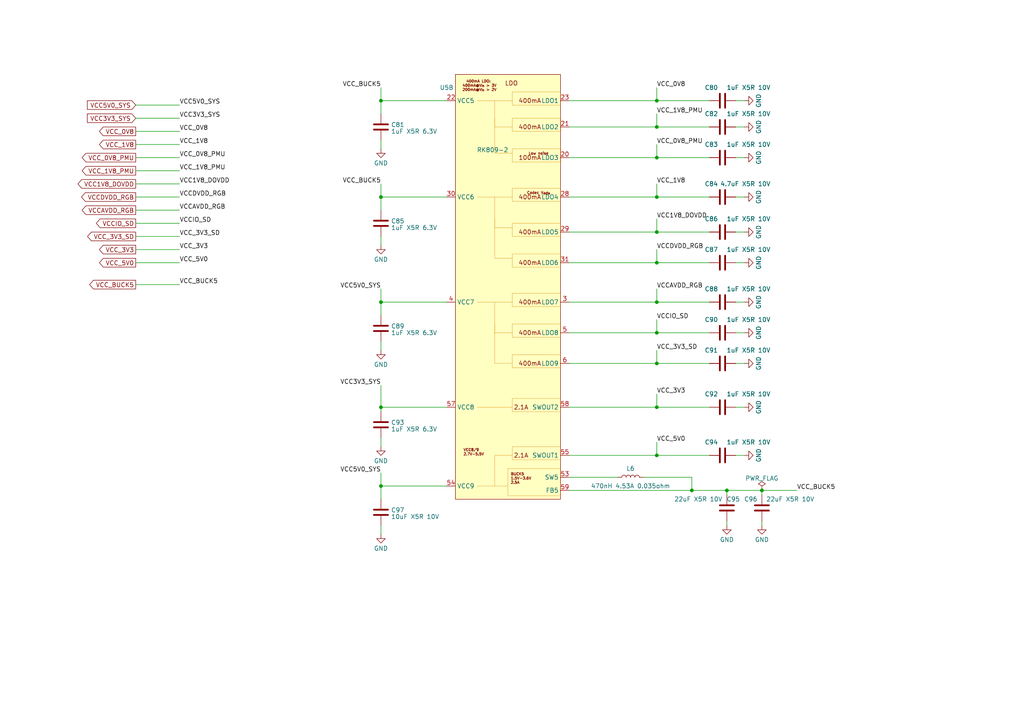
<source format=kicad_sch>
(kicad_sch (version 20231120) (generator "eeschema") (generator_version "7.99")
  (paper "A4")
  (title_block (title "Leaf RV1126") (date "2023-06-07") (rev "1") (company "Yang Hongbo") (comment 1 "License: CC BY-SA"))
  (lib_symbols
    (symbol "Device:C" (pin_numbers hide) (pin_names (offset 0.254))
      (property "Reference" "C" (at 0.635 2.54 0))
      (property "Value" "C" (at 0.635 -2.54 0))
      (symbol "C_0_1"
        (polyline (pts (xy -2.032 -0.762) (xy 2.032 -0.762)) (stroke (width 0.508)))
        (polyline (pts (xy -2.032 0.762) (xy 2.032 0.762)) (stroke (width 0.508)))
      )
      (symbol "C_1_1"
        (pin passive line (at 0 3.81 270) (length 2.794) (name "~") (number "1"))
        (pin passive line (at 0 -3.81 90) (length 2.794) (name "~") (number "2"))
      )
    )
    (symbol "Device:L" (pin_numbers hide) (pin_names (offset 1.016) hide)
      (property "Reference" "L" (at -1.27 0 90))
      (property "Value" "L" (at 1.905 0 90))
      (symbol "L_0_1"
        (arc (start 0 -2.54) (mid 0.6323 -1.905) (end 0 -1.27))
        (arc (start 0 -1.27) (mid 0.6323 -0.635) (end 0 0))
        (arc (start 0 0) (mid 0.6323 0.635) (end 0 1.27))
        (arc (start 0 1.27) (mid 0.6323 1.905) (end 0 2.54))
      )
      (symbol "L_1_1"
        (pin passive line (at 0 3.81 270) (length 1.27) (name "1") (number "1"))
        (pin passive line (at 0 -3.81 90) (length 1.27) (name "2") (number "2"))
      )
    )
    (symbol "IotPi_CPU_Rockchip:RK809"
      (property "Reference" "U" (at -13.97 29.21 0))
      (property "Value" "RK809" (at 0 -8.89 0))
      (symbol "RK809_1_1"
        (rectangle (start -15.24 26.67) (end 16.51 -42.926) (fill (type background)))
        (polyline (pts (xy 16.51 17.78) (xy 5.08 17.78) (xy 5.08 -5.08) (xy 16.51 -5.08)) (stroke (width 0.0508) (color 221 133 0 1)))
        (text "Gas Gauge" (at 6.604 2.032 900) (effects (font (size 0.762 0.762))))
        (text "Management" (at 0 24.13 0) (effects (font (size 1.27 1.27))))
        (pin input line (at -17.78 -5.08 0) (length 2.54) (name "SCL") (number "1"))
        (pin bidirectional line (at -17.78 -8.89 0) (length 2.54) (name "SDA") (number "2"))
        (pin power_in line (at 19.05 21.59 180) (length 2.54) (name "VCC_RTC") (number "45"))
        (pin input line (at -17.78 22.86 0) (length 2.54) (name "VREF") (number "46"))
        (pin input line (at -17.78 19.05 0) (length 2.54) (name "GNDREF") (number "47"))
        (pin input line (at -17.78 -20.32 0) (length 2.54) (name "SLEEP") (number "49"))
        (pin input line (at -17.78 8.89 0) (length 2.54) (name "XIN") (number "50"))
        (pin output line (at -17.78 1.27 0) (length 2.54) (name "XOUT") (number "51"))
        (pin input line (at 19.05 -31.75 180) (length 2.54) (name "PWRON") (number "52"))
        (pin input line (at 19.05 12.7 180) (length 2.54) (name "BATDIV") (number "56"))
        (pin input line (at 19.05 -10.16 180) (length 2.54) (name "EXT_EN") (number "60"))
        (pin input line (at 19.05 -22.86 180) (length 2.54) (name "VDC") (number "61"))
        (pin input line (at 19.05 6.35 180) (length 2.54) (name "SNSP") (number "62"))
        (pin input line (at 19.05 -1.27 180) (length 2.54) (name "SNSN") (number "63"))
        (pin bidirectional line (at -17.78 -31.75 0) (length 2.54) (name "RESETB") (number "67"))
        (pin output line (at -17.78 -26.67 0) (length 2.54) (name "CLK32K") (number "68"))
        (pin power_in line (at -17.78 13.97 0) (length 2.54) (name "ePAD") (number "69"))
        (pin output line (at -17.78 -13.97 0) (length 2.54) (name "INT") (number "7"))
      )
      (symbol "RK809_2_1"
        (rectangle (start -10.16 33.02) (end 20.32 -90.17) (fill (type background)))
        (polyline (pts (xy 5.08 -86.36) (xy -3.81 -86.36)) (stroke (width 0.0508) (color 221 133 0 1)))
        (polyline (pts (xy 6.35 -63.5) (xy -3.81 -63.5)) (stroke (width 0.0508) (color 221 133 0 1)))
        (polyline (pts (xy 6.35 -33.02) (xy -3.81 -33.02)) (stroke (width 0.0508) (color 221 133 0 1)))
        (polyline (pts (xy 6.35 -2.54) (xy -3.81 -2.54)) (stroke (width 0.0508) (color 221 133 0 1)))
        (polyline (pts (xy 6.35 25.4) (xy -3.81 25.4)) (stroke (width 0.0508) (color 221 133 0 1)))
        (polyline (pts (xy 6.35 -77.47) (xy 1.27 -77.47) (xy 1.27 -86.36)) (stroke (width 0.0508) (color 221 133 0 1)))
        (polyline (pts (xy 6.35 -50.8) (xy 1.27 -50.8) (xy 1.27 -39.37)) (stroke (width 0.0508) (color 221 133 0 1)))
        (polyline (pts (xy 6.35 -41.91) (xy 1.27 -41.91) (xy 1.27 -33.02)) (stroke (width 0.0508) (color 221 133 0 1)))
        (polyline (pts (xy 6.35 -20.32) (xy 1.27 -20.32) (xy 1.27 -8.89)) (stroke (width 0.0508) (color 221 133 0 1)))
        (polyline (pts (xy 6.35 -11.43) (xy 1.27 -11.43) (xy 1.27 -2.54)) (stroke (width 0.0508) (color 221 133 0 1)))
        (polyline (pts (xy 6.35 10.16) (xy 1.27 10.16) (xy 1.27 20.32)) (stroke (width 0.0508) (color 221 133 0 1)))
        (polyline (pts (xy 6.35 17.78) (xy 1.27 17.78) (xy 1.27 25.4)) (stroke (width 0.0508) (color 221 133 0 1)))
        (rectangle (start 5.08 -81.28) (end 20.32 -89.154) (stroke (width 0.0508) (color 221 133 0 1)))
        (rectangle (start 6.35 -74.93) (end 20.32 -78.74) (stroke (width 0.0508) (color 221 133 0 1)))
        (rectangle (start 6.35 -60.96) (end 20.32 -64.77) (stroke (width 0.0508) (color 221 133 0 1)))
        (rectangle (start 6.35 -48.26) (end 20.32 -52.07) (stroke (width 0.0508) (color 221 133 0 1)))
        (rectangle (start 6.35 -39.37) (end 20.32 -43.18) (stroke (width 0.0508) (color 221 133 0 1)))
        (rectangle (start 6.35 -30.48) (end 20.32 -34.29) (stroke (width 0.0508) (color 221 133 0 1)))
        (rectangle (start 6.35 -19.05) (end 20.32 -22.86) (stroke (width 0.0508) (color 221 133 0 1)))
        (rectangle (start 6.35 -10.16) (end 20.32 -13.97) (stroke (width 0.0508) (color 221 133 0 1)))
        (rectangle (start 6.35 0) (end 20.32 -3.81) (stroke (width 0.0508) (color 221 133 0 1)))
        (rectangle (start 6.35 11.43) (end 20.447 7.62) (stroke (width 0.0508) (color 221 133 0 1)))
        (rectangle (start 6.35 20.32) (end 20.447 16.51) (stroke (width 0.0508) (color 221 133 0 1)))
        (rectangle (start 6.35 27.94) (end 20.32 24.13) (stroke (width 0.0508) (color 221 133 0 1)))
        (text "100mA" (at 11.43 8.89 0) (effects (font (size 1.27 1.27))))
        (text "2.1A" (at 8.89 -77.47 0) (effects (font (size 1.27 1.27))))
        (text "2.1A" (at 8.89 -63.5 0) (effects (font (size 1.27 1.27))))
        (text "400mA" (at 11.43 -50.8 0) (effects (font (size 1.27 1.27))))
        (text "400mA" (at 11.43 -41.91 0) (effects (font (size 1.27 1.27))))
        (text "400mA" (at 11.43 -33.02 0) (effects (font (size 1.27 1.27))))
        (text "400mA" (at 11.43 -21.59 0) (effects (font (size 1.27 1.27))))
        (text "400mA" (at 11.43 -12.7 0) (effects (font (size 1.27 1.27))))
        (text "400mA" (at 11.43 -2.54 0) (effects (font (size 1.27 1.27))))
        (text "400mA" (at 11.43 17.78 0) (effects (font (size 1.27 1.27))))
        (text "400mA" (at 11.43 25.4 0) (effects (font (size 1.27 1.27))))
        (text "400mA LDO: \n400mA@V_{in} > 3V\n200mA@V_{in} > 2V" (at -3.175 29.845 0) (effects (font (size 0.762 0.762))))
        (text "BUCK5\n1.5V-3.6V\n2.5A" (at 5.842 -84.074 0) (effects (font (size 0.762 0.762)) (justify left)))
        (text "Codec V_{ddio}" (at 13.97 -1.27 0) (effects (font (size 0.762 0.762))))
        (text "LDO" (at 6.096 30.48 0) (effects (font (size 1.27 1.27))))
        (text "Low noise" (at 13.97 10.16 0) (effects (font (size 0.762 0.762))))
        (text "VCC8/9\n2.7V-5.5V" (at -7.874 -76.454 0) (effects (font (size 0.762 0.762)) (justify left)))
        (pin power_out line (at 22.86 8.89 180) (length 2.54) (name "LDO3") (number "20"))
        (pin power_out line (at 22.86 17.78 180) (length 2.54) (name "LDO2") (number "21"))
        (pin power_in line (at -12.7 25.4 0) (length 2.54) (name "VCC5") (number "22"))
        (pin power_out line (at 22.86 25.4 180) (length 2.54) (name "LDO1") (number "23"))
        (pin power_out line (at 22.86 -2.54 180) (length 2.54) (name "LDO4") (number "28"))
        (pin power_out line (at 22.86 -12.7 180) (length 2.54) (name "LDO5") (number "29"))
        (pin power_out line (at 22.86 -33.02 180) (length 2.54) (name "LDO7") (number "3"))
        (pin power_in line (at -12.7 -2.54 0) (length 2.54) (name "VCC6") (number "30"))
        (pin power_out line (at 22.86 -21.59 180) (length 2.54) (name "LDO6") (number "31"))
        (pin power_in line (at -12.7 -33.02 0) (length 2.54) (name "VCC7") (number "4"))
        (pin power_out line (at 22.86 -41.91 180) (length 2.54) (name "LDO8") (number "5"))
        (pin power_out line (at 22.86 -83.82 180) (length 2.54) (name "SW5") (number "53"))
        (pin power_in line (at -12.7 -86.36 0) (length 2.54) (name "VCC9") (number "54"))
        (pin power_out line (at 22.86 -77.47 180) (length 2.54) (name "SWOUT1") (number "55"))
        (pin power_in line (at -12.7 -63.5 0) (length 2.54) (name "VCC8") (number "57"))
        (pin power_out line (at 22.86 -63.5 180) (length 2.54) (name "SWOUT2") (number "58"))
        (pin input line (at 22.86 -87.63 180) (length 2.54) (name "FB5") (number "59"))
        (pin power_out line (at 22.86 -50.8 180) (length 2.54) (name "LDO9") (number "6"))
      )
      (symbol "RK809_3_1"
        (rectangle (start -15.24 26.67) (end 15.24 -33.02) (fill (type background)))
        (polyline (pts (xy -14.224 -1.524) (xy 15.748 -1.524)) (stroke (width 0.0508) (color 221 133 0 1)))
        (polyline (pts (xy 0 10.16) (xy 0 -14.732)) (stroke (width 0.0508) (color 221 133 0 1)))
        (text "BUCK1\n2.5A\n0.5-2.4V" (at -6.35 7.62 0) (effects (font (size 0.762 0.762)) (justify left)))
        (text "BUCK2\n2.5A\n0.5-2.4V" (at -6.35 -10.16 0) (effects (font (size 0.762 0.762)) (justify left)))
        (text "BUCK3\n1.5A\n0.5-2.4V\nFB3=0.8V" (at 1.27 -10.16 0) (effects (font (size 0.762 0.762)) (justify left)))
        (text "BUCK4\n1.5A\n0.5-3.4V" (at 1.27 7.62 0) (effects (font (size 0.762 0.762)) (justify left)))
        (text "DCDC" (at 0 24.13 0) (effects (font (size 1.27 1.27))))
        (pin power_in line (at -17.78 -11.43 0) (length 2.54) (name "VCC2") (number "10"))
        (pin power_in line (at -17.78 24.13 0) (length 2.54) (name "VCC1") (number "11"))
        (pin power_out line (at -17.78 15.24 0) (length 2.54) (name "SW1") (number "12"))
        (pin input line (at -17.78 6.35 0) (length 2.54) (name "FB1") (number "13"))
        (pin power_in line (at 17.78 -1.27 180) (length 2.54) (name "VCC3") (number "24"))
        (pin output line (at 17.78 -11.43 180) (length 2.54) (name "SW3") (number "25"))
        (pin power_out line (at 17.78 -22.86 180) (length 2.54) (name "VBUCK3") (number "26"))
        (pin input line (at 17.78 -31.75 180) (length 2.54) (name "FB3") (number "27"))
        (pin input line (at 17.78 6.35 180) (length 2.54) (name "FB4") (number "64"))
        (pin power_out line (at 17.78 15.24 180) (length 2.54) (name "SW4") (number "65"))
        (pin power_in line (at 17.78 24.13 180) (length 2.54) (name "VCC4") (number "66"))
        (pin input line (at -17.78 -31.75 0) (length 2.54) (name "FB2") (number "8"))
        (pin power_out line (at -17.78 -22.86 0) (length 2.54) (name "SW2") (number "9"))
      )
      (symbol "RK809_4_1"
        (rectangle (start -19.05 28.702) (end 20.32 -57.15) (fill (type background)))
        (polyline (pts (xy 2.54 5.08) (xy 2.54 -41.91) (xy 6.35 -41.91)) (stroke (width 0.0508) (color 221 133 0 1)))
        (polyline (pts (xy -19.05 -24.13) (xy -3.81 -24.13) (xy -3.81 -55.88) (xy -19.05 -55.88)) (stroke (width 0.0508) (color 221 133 0 1)))
        (polyline (pts (xy -19.05 -6.35) (xy -3.81 -6.35) (xy -3.81 -19.05) (xy -19.05 -19.05)) (stroke (width 0.0508) (color 221 133 0 1)))
        (polyline (pts (xy -19.05 27.94) (xy -3.81 27.94) (xy -3.81 -3.81) (xy -19.05 -3.81)) (stroke (width 0) (color 255 153 0 1)))
        (polyline (pts (xy -3.556 0) (xy 0 0) (xy 0 -41.91) (xy -3.81 -41.91)) (stroke (width 0.0508) (color 221 133 0 1)))
        (polyline (pts (xy 7.62 15.24) (xy 2.54 15.24) (xy 2.54 -11.43) (xy 7.62 -11.43)) (stroke (width 0.0508) (color 221 133 0 1)))
        (polyline (pts (xy 20.32 -24.13) (xy 6.35 -24.13) (xy 6.35 -55.88) (xy 20.32 -55.88)) (stroke (width 0.0508) (color 221 133 0 1)))
        (polyline (pts (xy 20.32 -2.54) (xy 7.62 -2.54) (xy 7.62 -20.32) (xy 20.32 -20.32)) (stroke (width 0.0508) (color 221 133 0 1)))
        (polyline (pts (xy 20.32 27.94) (xy 7.62 27.94) (xy 7.62 2.54) (xy 20.32 2.54)) (stroke (width 0.0508) (color 221 133 0 1)))
        (text "CODEC" (at 1.27 25.654 0) (effects (font (size 1.27 1.27))))
        (text "LDO4 Powered" (at -6.35 -38.1 900) (effects (font (size 0.762 0.762))))
        (text "Power from\nVCC_RTC" (at -11.43 -12.7 0) (effects (font (size 0.762 0.762))))
        (pin input line (at -21.59 -38.1 0) (length 2.54) (name "LRCLK") (number "14"))
        (pin input line (at -21.59 -33.02 0) (length 2.54) (name "BCLK") (number "15"))
        (pin input line (at -21.59 -27.94 0) (length 2.54) (name "MCLK") (number "16"))
        (pin input line (at -21.59 -44.45 0) (length 2.54) (name "SDI") (number "17"))
        (pin output line (at -21.59 -49.53 0) (length 2.54) (name "SDO/PDMDATA") (number "18"))
        (pin input line (at -21.59 -54.61 0) (length 2.54) (name "PDMCLK") (number "19"))
        (pin output line (at 22.86 -17.78 180) (length 2.54) (name "SPKP_OUT") (number "32"))
        (pin power_in line (at -21.59 25.4 0) (length 2.54) (name "VCC_SKP_HP") (number "33"))
        (pin output line (at 22.86 -6.35 180) (length 2.54) (name "SPKN_OUT") (number "34"))
        (pin power_in line (at -21.59 -2.54 0) (length 2.54) (name "VCC_CPVSS") (number "35"))
        (pin output line (at -21.59 20.32 0) (length 2.54) (name "CPN") (number "36"))
        (pin output line (at -21.59 12.7 0) (length 2.54) (name "CPP") (number "37"))
        (pin power_in line (at -21.59 5.08 0) (length 2.54) (name "VCC_CPVDD") (number "38"))
        (pin output line (at 22.86 25.4 180) (length 2.54) (name "HPL_OUT") (number "39"))
        (pin power_in line (at 22.86 16.51 180) (length 2.54) (name "HP_SNS") (number "40"))
        (pin output line (at 22.86 6.35 180) (length 2.54) (name "HPR_OUT") (number "41"))
        (pin input line (at 22.86 -50.8 180) (length 2.54) (name "MICIN") (number "42"))
        (pin input line (at 22.86 -29.21 180) (length 2.54) (name "MICIP") (number "43"))
        (pin power_in line (at -21.59 -16.51 0) (length 2.54) (name "VCC_1P8A") (number "44"))
        (pin power_in line (at -21.59 -8.89 0) (length 2.54) (name "VCC_1P8D") (number "48"))
      )
    )
    (symbol "power:GND" (power) (pin_names (offset 0))
      (property "Value" "GND" (at 0 -3.81 0))
      (symbol "GND_0_1"
        (polyline (pts (xy 0 0) (xy 0 -1.27) (xy 1.27 -1.27) (xy 0 -2.54) (xy -1.27 -1.27) (xy 0 -1.27)))
      )
      (symbol "GND_1_1"
        (pin power_in line (at 0 0 270) (length 0) hide (name "GND") (number "1"))
      )
    )
    (symbol "power:PWR_FLAG" (power) (pin_numbers hide) (pin_names (offset 0) hide)
      (property "Value" "PWR_FLAG" (at 0 3.81 0))
      (symbol "PWR_FLAG_0_0"
        (pin power_out line (at 0 0 90) (length 0) (name "pwr") (number "1"))
      )
      (symbol "PWR_FLAG_0_1"
        (polyline (pts (xy 0 0) (xy 0 1.27) (xy -1.016 1.905) (xy 0 2.54) (xy 1.016 1.905) (xy 0 1.27)))
      )
    )
  )
  (junction (at 190.5 132.08))
  (junction (at 110.49 140.97))
  (junction (at 110.49 57.15))
  (junction (at 190.5 118.11))
  (junction (at 190.5 67.31))
  (junction (at 200.66 142.24))
  (junction (at 210.82 142.24))
  (junction (at 110.49 29.21))
  (junction (at 220.98 142.24))
  (junction (at 190.5 87.63))
  (junction (at 190.5 57.15))
  (junction (at 190.5 29.21))
  (junction (at 190.5 36.83))
  (junction (at 190.5 76.2))
  (junction (at 190.5 96.52))
  (junction (at 110.49 118.11))
  (junction (at 110.49 87.63))
  (junction (at 190.5 45.72))
  (junction (at 190.5 105.41))
  (wire (pts (xy 110.49 57.15) (xy 129.54 57.15)))
  (wire (pts (xy 213.36 76.2) (xy 215.9 76.2)))
  (wire (pts (xy 39.37 72.39) (xy 52.07 72.39)))
  (wire (pts (xy 165.1 87.63) (xy 190.5 87.63)))
  (wire (pts (xy 165.1 132.08) (xy 190.5 132.08)))
  (wire (pts (xy 110.49 57.15) (xy 110.49 60.96)))
  (wire (pts (xy 165.1 138.43) (xy 179.07 138.43)))
  (wire (pts (xy 190.5 132.08) (xy 205.74 132.08)))
  (wire (pts (xy 110.49 25.4) (xy 110.49 29.21)))
  (wire (pts (xy 200.66 142.24) (xy 165.1 142.24)))
  (wire (pts (xy 190.5 96.52) (xy 205.74 96.52)))
  (wire (pts (xy 110.49 40.64) (xy 110.49 43.18)))
  (wire (pts (xy 186.69 138.43) (xy 200.66 138.43)))
  (wire (pts (xy 165.1 45.72) (xy 190.5 45.72)))
  (wire (pts (xy 190.5 76.2) (xy 205.74 76.2)))
  (wire (pts (xy 110.49 53.34) (xy 110.49 57.15)))
  (wire (pts (xy 190.5 128.27) (xy 190.5 132.08)))
  (wire (pts (xy 39.37 60.96) (xy 52.07 60.96)))
  (wire (pts (xy 39.37 64.77) (xy 52.07 64.77)))
  (wire (pts (xy 165.1 118.11) (xy 190.5 118.11)))
  (wire (pts (xy 190.5 53.34) (xy 190.5 57.15)))
  (wire (pts (xy 190.5 83.82) (xy 190.5 87.63)))
  (wire (pts (xy 39.37 53.34) (xy 52.07 53.34)))
  (wire (pts (xy 110.49 118.11) (xy 129.54 118.11)))
  (wire (pts (xy 165.1 36.83) (xy 190.5 36.83)))
  (wire (pts (xy 213.36 87.63) (xy 215.9 87.63)))
  (wire (pts (xy 190.5 45.72) (xy 205.74 45.72)))
  (wire (pts (xy 39.37 76.2) (xy 52.07 76.2)))
  (wire (pts (xy 213.36 36.83) (xy 215.9 36.83)))
  (wire (pts (xy 39.37 45.72) (xy 52.07 45.72)))
  (wire (pts (xy 213.36 96.52) (xy 215.9 96.52)))
  (wire (pts (xy 190.5 57.15) (xy 205.74 57.15)))
  (wire (pts (xy 39.37 57.15) (xy 52.07 57.15)))
  (wire (pts (xy 165.1 105.41) (xy 190.5 105.41)))
  (wire (pts (xy 190.5 63.5) (xy 190.5 67.31)))
  (wire (pts (xy 210.82 142.24) (xy 220.98 142.24)))
  (wire (pts (xy 210.82 143.51) (xy 210.82 142.24)))
  (wire (pts (xy 110.49 83.82) (xy 110.49 87.63)))
  (wire (pts (xy 110.49 152.4) (xy 110.49 154.94)))
  (wire (pts (xy 213.36 45.72) (xy 215.9 45.72)))
  (wire (pts (xy 110.49 99.06) (xy 110.49 101.6)))
  (wire (pts (xy 39.37 68.58) (xy 52.07 68.58)))
  (wire (pts (xy 190.5 33.02) (xy 190.5 36.83)))
  (wire (pts (xy 165.1 29.21) (xy 190.5 29.21)))
  (wire (pts (xy 110.49 87.63) (xy 110.49 91.44)))
  (wire (pts (xy 190.5 118.11) (xy 205.74 118.11)))
  (wire (pts (xy 39.37 30.48) (xy 52.07 30.48)))
  (wire (pts (xy 165.1 67.31) (xy 190.5 67.31)))
  (wire (pts (xy 190.5 29.21) (xy 205.74 29.21)))
  (wire (pts (xy 210.82 142.24) (xy 200.66 142.24)))
  (wire (pts (xy 190.5 25.4) (xy 190.5 29.21)))
  (wire (pts (xy 39.37 49.53) (xy 52.07 49.53)))
  (wire (pts (xy 165.1 57.15) (xy 190.5 57.15)))
  (wire (pts (xy 213.36 57.15) (xy 215.9 57.15)))
  (wire (pts (xy 220.98 142.24) (xy 220.98 143.51)))
  (wire (pts (xy 39.37 41.91) (xy 52.07 41.91)))
  (wire (pts (xy 110.49 140.97) (xy 110.49 144.78)))
  (wire (pts (xy 190.5 36.83) (xy 205.74 36.83)))
  (wire (pts (xy 110.49 140.97) (xy 129.54 140.97)))
  (wire (pts (xy 190.5 72.39) (xy 190.5 76.2)))
  (wire (pts (xy 110.49 87.63) (xy 129.54 87.63)))
  (wire (pts (xy 231.14 142.24) (xy 220.98 142.24)))
  (wire (pts (xy 213.36 118.11) (xy 215.9 118.11)))
  (wire (pts (xy 190.5 67.31) (xy 205.74 67.31)))
  (wire (pts (xy 110.49 29.21) (xy 110.49 33.02)))
  (wire (pts (xy 165.1 96.52) (xy 190.5 96.52)))
  (wire (pts (xy 213.36 105.41) (xy 215.9 105.41)))
  (wire (pts (xy 210.82 151.13) (xy 210.82 152.4)))
  (wire (pts (xy 190.5 105.41) (xy 205.74 105.41)))
  (wire (pts (xy 110.49 68.58) (xy 110.49 71.12)))
  (wire (pts (xy 190.5 114.3) (xy 190.5 118.11)))
  (wire (pts (xy 110.49 137.16) (xy 110.49 140.97)))
  (wire (pts (xy 213.36 132.08) (xy 215.9 132.08)))
  (wire (pts (xy 220.98 151.13) (xy 220.98 152.4)))
  (wire (pts (xy 110.49 127) (xy 110.49 129.54)))
  (wire (pts (xy 190.5 92.71) (xy 190.5 96.52)))
  (wire (pts (xy 190.5 101.6) (xy 190.5 105.41)))
  (wire (pts (xy 110.49 111.76) (xy 110.49 118.11)))
  (wire (pts (xy 213.36 67.31) (xy 215.9 67.31)))
  (wire (pts (xy 39.37 34.29) (xy 52.07 34.29)))
  (wire (pts (xy 190.5 87.63) (xy 205.74 87.63)))
  (wire (pts (xy 165.1 76.2) (xy 190.5 76.2)))
  (wire (pts (xy 110.49 29.21) (xy 129.54 29.21)))
  (wire (pts (xy 39.37 38.1) (xy 52.07 38.1)))
  (wire (pts (xy 39.37 82.55) (xy 52.07 82.55)))
  (wire (pts (xy 213.36 29.21) (xy 215.9 29.21)))
  (wire (pts (xy 190.5 41.91) (xy 190.5 45.72)))
  (wire (pts (xy 200.66 138.43) (xy 200.66 142.24)))
  (wire (pts (xy 110.49 118.11) (xy 110.49 119.38)))
  (label "VCC5V0_SYS" (at 52.07 30.48 0))
  (label "VCC_BUCK5" (at 231.14 142.24 0))
  (label "VCC_3V3" (at 52.07 72.39 0))
  (label "VCC_5V0" (at 190.5 128.27 0))
  (label "VCC_BUCK5" (at 110.49 25.4 180))
  (label "VCC_BUCK5" (at 110.49 53.34 180))
  (label "VCC_5V0" (at 52.07 76.2 0))
  (label "VCCDVDD_RGB" (at 52.07 57.15 0))
  (label "VCC3V3_SYS" (at 52.07 34.29 0))
  (label "VCC1V8_DOVDD" (at 52.07 53.34 0))
  (label "VCC_BUCK5" (at 52.07 82.55 0))
  (label "VCC3V3_SYS" (at 110.49 111.76 180))
  (label "VCC_0V8" (at 190.5 25.4 0))
  (label "VCCIO_SD" (at 52.07 64.77 0))
  (label "VCCAVDD_RGB" (at 52.07 60.96 0))
  (label "VCC_3V3_SD" (at 52.07 68.58 0))
  (label "VCC_1V8_PMU" (at 52.07 49.53 0))
  (label "VCC_3V3_SD" (at 190.5 101.6 0))
  (label "VCCDVDD_RGB" (at 190.5 72.39 0))
  (label "VCC1V8_DOVDD" (at 190.5 63.5 0))
  (label "VCC5V0_SYS" (at 110.49 137.16 180))
  (label "VCC_0V8_PMU" (at 52.07 45.72 0))
  (label "VCCIO_SD" (at 190.5 92.71 0))
  (label "VCC_1V8" (at 190.5 53.34 0))
  (label "VCC_0V8_PMU" (at 190.5 41.91 0))
  (label "VCC_1V8_PMU" (at 190.5 33.02 0))
  (label "VCC_3V3" (at 190.5 114.3 0))
  (label "VCCAVDD_RGB" (at 190.5 83.82 0))
  (label "VCC_0V8" (at 52.07 38.1 0))
  (label "VCC5V0_SYS" (at 110.49 83.82 180))
  (label "VCC_1V8" (at 52.07 41.91 0))
  (global_label "VCC_0V8" (shape output) (at 39.37 38.1 180) (property "Intersheetrefs" "${INTERSHEET_REFS}" (effects (hide yes))))
  (global_label "VCC_0V8_PMU" (shape output) (at 39.37 45.72 180) (property "Intersheetrefs" "${INTERSHEET_REFS}" (effects (hide yes))))
  (global_label "VCC_3V3" (shape output) (at 39.37 72.39 180) (property "Intersheetrefs" "${INTERSHEET_REFS}" (effects (hide yes))))
  (global_label "VCC_1V8" (shape output) (at 39.37 41.91 180) (property "Intersheetrefs" "${INTERSHEET_REFS}" (effects (hide yes))))
  (global_label "VCC_1V8_PMU" (shape output) (at 39.37 49.53 180) (property "Intersheetrefs" "${INTERSHEET_REFS}" (effects (hide yes))))
  (global_label "VCC_BUCK5" (shape output) (at 39.37 82.55 180) (property "Intersheetrefs" "${INTERSHEET_REFS}" (effects (hide yes))))
  (global_label "VCCAVDD_RGB" (shape output) (at 39.37 60.96 180) (property "Intersheetrefs" "${INTERSHEET_REFS}" (effects (hide yes))))
  (global_label "VCC1V8_DOVDD" (shape output) (at 39.37 53.34 180) (property "Intersheetrefs" "${INTERSHEET_REFS}" (effects (hide yes))))
  (global_label "VCCDVDD_RGB" (shape output) (at 39.37 57.15 180) (property "Intersheetrefs" "${INTERSHEET_REFS}" (effects (hide yes))))
  (global_label "VCCIO_SD" (shape output) (at 39.37 64.77 180) (property "Intersheetrefs" "${INTERSHEET_REFS}" (effects (hide yes))))
  (global_label "VCC_3V3_SD" (shape output) (at 39.37 68.58 180) (property "Intersheetrefs" "${INTERSHEET_REFS}" (effects (hide yes))))
  (global_label "VCC_5V0" (shape output) (at 39.37 76.2 180) (property "Intersheetrefs" "${INTERSHEET_REFS}" (effects (hide yes))))
  (global_label "VCC3V3_SYS" (shape input) (at 39.37 34.29 180) (property "Intersheetrefs" "${INTERSHEET_REFS}" (effects (hide yes))))
  (global_label "VCC5V0_SYS" (shape input) (at 39.37 30.48 180) (property "Intersheetrefs" "${INTERSHEET_REFS}" (effects (hide yes))))
  (symbol (lib_id "Device:C") (at 110.49 123.19 0) (unit 1)
    (property "Reference" "C93" (at 113.411 122.5463 0) (effects (justify left)))
    (property "Value" "1uF X5R 6.3V" (at 113.411 124.4673 0) (effects (justify left)))
    (property "Footprint" "Capacitor_SMD:C_0402_1005Metric" (effects (hide yes)))
    (property "Description" "容值: 1uF 精度: ±10% 额定电压: 6.3V 材质(温度系数): X5R 材质:X5R" (effects (hide yes)))
    (property "LCSC" "C15684" (effects (hide yes)))
    (property "Model" "GRM155R60J105KE19D" (effects (hide yes)))
    (property "Vendor" "muRata(村田)" (effects (hide yes)))
  )
  (symbol (lib_id "power:GND") (at 215.9 76.2 90) (unit 1)
    (property "Reference" "#PWR089" (effects (hide yes)))
    (property "Value" "GND" (at 220.0355 76.2 0))
  )
  (symbol (lib_id "Device:L") (at 182.88 138.43 270) (mirror x) (unit 1)
    (property "Reference" "L6" (at 182.88 135.89 90))
    (property "Value" "470nH 4.53A 0.035ohm" (at 182.88 140.97 90))
    (property "Footprint" "Inductor_SMD:L_1008_2520Metric" (effects (hide yes)))
    (property "Description" "电感值: 470nH 精度: ±20% 额定电流: 3.32A 饱和电流(Isat): 4.53A 直流电阻(DCR): 35mΩ Q值: - 自谐振频率: - 车" (effects (hide yes)))
    (property "LCSC" "C88530" (effects (hide yes)))
    (property "Model" "VLS252010HBX-R47M-1" (effects (hide yes)))
    (property "Vendor" "TDK" (effects (hide yes)))
  )
  (symbol (lib_id "power:GND") (at 110.49 43.18 0) (unit 1)
    (property "Reference" "#PWR084" (effects (hide yes)))
    (property "Value" "GND" (at 110.49 47.3155 0))
  )
  (symbol (lib_id "power:GND") (at 110.49 71.12 0) (unit 1)
    (property "Reference" "#PWR088" (effects (hide yes)))
    (property "Value" "GND" (at 110.49 75.2555 0))
  )
  (symbol (lib_id "power:GND") (at 215.9 96.52 90) (unit 1)
    (property "Reference" "#PWR091" (effects (hide yes)))
    (property "Value" "GND" (at 220.0355 96.52 0))
  )
  (symbol (lib_id "power:GND") (at 215.9 132.08 90) (unit 1)
    (property "Reference" "#PWR096" (effects (hide yes)))
    (property "Value" "GND" (at 220.0355 132.08 0))
  )
  (symbol (lib_id "power:GND") (at 215.9 87.63 90) (unit 1)
    (property "Reference" "#PWR090" (effects (hide yes)))
    (property "Value" "GND" (at 220.0355 87.63 0))
  )
  (symbol (lib_id "power:GND") (at 110.49 154.94 0) (unit 1)
    (property "Reference" "#PWR099" (effects (hide yes)))
    (property "Value" "GND" (at 110.49 159.0755 0))
  )
  (symbol (lib_id "Device:C") (at 209.55 118.11 90) (unit 1)
    (property "Reference" "C92" (at 208.28 114.3 90) (effects (justify left)))
    (property "Value" "1uF X5R 10V" (at 223.52 114.3 90) (effects (justify left)))
    (property "Footprint" "Capacitor_SMD:C_0402_1005Metric" (effects (hide yes)))
    (property "Description" "容值: 1uF 精度: ±10% 额定电压: 16V 材质(温度系数): X5R 材质:X5R" (effects (hide yes)))
    (property "LCSC" "C77007" (effects (hide yes)))
    (property "Model" "GRM155R61C105KE01D" (effects (hide yes)))
    (property "Vendor" "muRata(村田)" (effects (hide yes)))
  )
  (symbol (lib_id "Device:C") (at 209.55 87.63 90) (unit 1)
    (property "Reference" "C88" (at 208.28 83.82 90) (effects (justify left)))
    (property "Value" "1uF X5R 10V" (at 223.52 83.82 90) (effects (justify left)))
    (property "Footprint" "Capacitor_SMD:C_0402_1005Metric" (effects (hide yes)))
    (property "Description" "容值: 1uF 精度: ±10% 额定电压: 16V 材质(温度系数): X5R 材质:X5R" (effects (hide yes)))
    (property "LCSC" "C77007" (effects (hide yes)))
    (property "Model" "GRM155R61C105KE01D" (effects (hide yes)))
    (property "Vendor" "muRata(村田)" (effects (hide yes)))
  )
  (symbol (lib_id "Device:C") (at 209.55 45.72 90) (unit 1)
    (property "Reference" "C83" (at 208.28 41.91 90) (effects (justify left)))
    (property "Value" "1uF X5R 10V" (at 223.52 41.91 90) (effects (justify left)))
    (property "Footprint" "Capacitor_SMD:C_0402_1005Metric" (effects (hide yes)))
    (property "Description" "容值: 1uF 精度: ±10% 额定电压: 16V 材质(温度系数): X5R 材质:X5R" (effects (hide yes)))
    (property "LCSC" "C77007" (effects (hide yes)))
    (property "Model" "GRM155R61C105KE01D" (effects (hide yes)))
    (property "Vendor" "muRata(村田)" (effects (hide yes)))
  )
  (symbol (lib_id "Device:C") (at 209.55 36.83 90) (unit 1)
    (property "Reference" "C82" (at 208.28 33.02 90) (effects (justify left)))
    (property "Value" "1uF X5R 10V" (at 223.52 33.02 90) (effects (justify left)))
    (property "Footprint" "Capacitor_SMD:C_0402_1005Metric" (effects (hide yes)))
    (property "Description" "容值: 1uF 精度: ±10% 额定电压: 16V 材质(温度系数): X5R 材质:X5R" (effects (hide yes)))
    (property "LCSC" "C77007" (effects (hide yes)))
    (property "Model" "GRM155R61C105KE01D" (effects (hide yes)))
    (property "Vendor" "muRata(村田)" (effects (hide yes)))
  )
  (symbol (lib_id "power:GND") (at 210.82 152.4 0) (mirror y) (unit 1)
    (property "Reference" "#PWR097" (effects (hide yes)))
    (property "Value" "GND" (at 210.82 156.5355 0))
  )
  (symbol (lib_id "power:GND") (at 215.9 36.83 90) (unit 1)
    (property "Reference" "#PWR083" (effects (hide yes)))
    (property "Value" "GND" (at 220.0355 36.83 0))
  )
  (symbol (lib_id "power:GND") (at 110.49 101.6 0) (unit 1)
    (property "Reference" "#PWR092" (effects (hide yes)))
    (property "Value" "GND" (at 110.49 105.7355 0))
  )
  (symbol (lib_id "Device:C") (at 209.55 29.21 90) (unit 1)
    (property "Reference" "C80" (at 208.28 25.4 90) (effects (justify left)))
    (property "Value" "1uF X5R 10V" (at 223.52 25.4 90) (effects (justify left)))
    (property "Footprint" "Capacitor_SMD:C_0402_1005Metric" (effects (hide yes)))
    (property "Description" "容值: 1uF 精度: ±10% 额定电压: 16V 材质(温度系数): X5R 材质:X5R" (effects (hide yes)))
    (property "LCSC" "C77007" (effects (hide yes)))
    (property "Model" "GRM155R61C105KE01D" (effects (hide yes)))
    (property "Vendor" "muRata(村田)" (effects (hide yes)))
  )
  (symbol (lib_id "power:GND") (at 215.9 67.31 90) (unit 1)
    (property "Reference" "#PWR087" (effects (hide yes)))
    (property "Value" "GND" (at 220.0355 67.31 0))
  )
  (symbol (lib_id "Device:C") (at 220.98 147.32 0) (mirror y) (unit 1)
    (property "Reference" "C96" (at 219.71 144.78 0) (effects (justify left)))
    (property "Value" "22uF X5R 10V" (at 236.22 144.78 0) (effects (justify left)))
    (property "Footprint" "Resistor_SMD:R_0603_1608Metric" (effects (hide yes)))
    (property "Description" "容值: 22uF 精度: ±20% 额定电压: 10V 材质(温度系数): X5R 材质：X5R" (effects (hide yes)))
    (property "LCSC" "C162690" (effects (hide yes)))
    (property "Model" "ZRB18AR61A226ME01L" (effects (hide yes)))
    (property "Vendor" "muRata(村田)" (effects (hide yes)))
  )
  (symbol (lib_id "power:GND") (at 215.9 45.72 90) (unit 1)
    (property "Reference" "#PWR085" (effects (hide yes)))
    (property "Value" "GND" (at 220.0355 45.72 0))
  )
  (symbol (lib_id "Device:C") (at 110.49 36.83 0) (unit 1)
    (property "Reference" "C81" (at 113.411 36.1863 0) (effects (justify left)))
    (property "Value" "1uF X5R 6.3V" (at 113.411 38.1073 0) (effects (justify left)))
    (property "Footprint" "Capacitor_SMD:C_0402_1005Metric" (effects (hide yes)))
    (property "Description" "容值: 1uF 精度: ±10% 额定电压: 6.3V 材质(温度系数): X5R 材质:X5R" (effects (hide yes)))
    (property "LCSC" "C15684" (effects (hide yes)))
    (property "Model" "GRM155R60J105KE19D" (effects (hide yes)))
    (property "Vendor" "muRata(村田)" (effects (hide yes)))
  )
  (symbol (lib_id "power:GND") (at 215.9 57.15 90) (unit 1)
    (property "Reference" "#PWR086" (effects (hide yes)))
    (property "Value" "GND" (at 220.0355 57.15 0))
  )
  (symbol (lib_id "IotPi_CPU_Rockchip:RK809") (at 142.24 54.61 0) (unit 2)
    (property "Reference" "U5" (at 129.54 25.4 0))
    (property "Value" "RK809-2" (at 142.875 43.4881 0))
    (property "Footprint" "Package_DFN_QFN:QFN-68-1EP_8x8mm_P0.4mm_EP6.4x6.4mm_ThermalVias" (effects (hide yes)))
  )
  (symbol (lib_id "power:GND") (at 215.9 105.41 90) (unit 1)
    (property "Reference" "#PWR093" (effects (hide yes)))
    (property "Value" "GND" (at 220.0355 105.41 0))
  )
  (symbol (lib_id "power:GND") (at 215.9 118.11 90) (unit 1)
    (property "Reference" "#PWR094" (effects (hide yes)))
    (property "Value" "GND" (at 220.0355 118.11 0))
  )
  (symbol (lib_id "Device:C") (at 209.55 67.31 90) (unit 1)
    (property "Reference" "C86" (at 208.28 63.5 90) (effects (justify left)))
    (property "Value" "1uF X5R 10V" (at 223.52 63.5 90) (effects (justify left)))
    (property "Footprint" "Capacitor_SMD:C_0402_1005Metric" (effects (hide yes)))
    (property "Description" "容值: 1uF 精度: ±10% 额定电压: 16V 材质(温度系数): X5R 材质:X5R" (effects (hide yes)))
    (property "LCSC" "C77007" (effects (hide yes)))
    (property "Model" "GRM155R61C105KE01D" (effects (hide yes)))
    (property "Vendor" "muRata(村田)" (effects (hide yes)))
  )
  (symbol (lib_id "Device:C") (at 110.49 64.77 0) (unit 1)
    (property "Reference" "C85" (at 113.411 64.1263 0) (effects (justify left)))
    (property "Value" "1uF X5R 6.3V" (at 113.411 66.0473 0) (effects (justify left)))
    (property "Footprint" "Capacitor_SMD:C_0402_1005Metric" (effects (hide yes)))
    (property "Description" "容值: 1uF 精度: ±10% 额定电压: 6.3V 材质(温度系数): X5R 材质:X5R" (effects (hide yes)))
    (property "LCSC" "C15684" (effects (hide yes)))
    (property "Model" "GRM155R60J105KE19D" (effects (hide yes)))
    (property "Vendor" "muRata(村田)" (effects (hide yes)))
  )
  (symbol (lib_id "power:GND") (at 215.9 29.21 90) (unit 1)
    (property "Reference" "#PWR082" (effects (hide yes)))
    (property "Value" "GND" (at 220.0355 29.21 0))
  )
  (symbol (lib_id "power:PWR_FLAG") (at 220.98 142.24 0) (unit 1)
    (property "Reference" "#FLG012" (effects (hide yes)))
    (property "Value" "PWR_FLAG" (at 220.98 138.7381 0))
  )
  (symbol (lib_id "Device:C") (at 209.55 105.41 90) (unit 1)
    (property "Reference" "C91" (at 208.28 101.6 90) (effects (justify left)))
    (property "Value" "1uF X5R 10V" (at 223.52 101.6 90) (effects (justify left)))
    (property "Footprint" "Capacitor_SMD:C_0402_1005Metric" (effects (hide yes)))
    (property "Description" "容值: 1uF 精度: ±10% 额定电压: 16V 材质(温度系数): X5R 材质:X5R" (effects (hide yes)))
    (property "LCSC" "C77007" (effects (hide yes)))
    (property "Model" "GRM155R61C105KE01D" (effects (hide yes)))
    (property "Vendor" "muRata(村田)" (effects (hide yes)))
  )
  (symbol (lib_id "power:GND") (at 110.49 129.54 0) (unit 1)
    (property "Reference" "#PWR095" (effects (hide yes)))
    (property "Value" "GND" (at 110.49 133.6755 0))
  )
  (symbol (lib_id "Device:C") (at 209.55 96.52 90) (unit 1)
    (property "Reference" "C90" (at 208.28 92.71 90) (effects (justify left)))
    (property "Value" "1uF X5R 10V" (at 223.52 92.71 90) (effects (justify left)))
    (property "Footprint" "Capacitor_SMD:C_0402_1005Metric" (effects (hide yes)))
    (property "Description" "容值: 1uF 精度: ±10% 额定电压: 16V 材质(温度系数): X5R 材质:X5R" (effects (hide yes)))
    (property "LCSC" "C77007" (effects (hide yes)))
    (property "Model" "GRM155R61C105KE01D" (effects (hide yes)))
    (property "Vendor" "muRata(村田)" (effects (hide yes)))
  )
  (symbol (lib_id "power:GND") (at 220.98 152.4 0) (mirror y) (unit 1)
    (property "Reference" "#PWR098" (effects (hide yes)))
    (property "Value" "GND" (at 220.98 156.5355 0))
  )
  (symbol (lib_id "Device:C") (at 110.49 95.25 0) (unit 1)
    (property "Reference" "C89" (at 113.411 94.6063 0) (effects (justify left)))
    (property "Value" "1uF X5R 6.3V" (at 113.411 96.5273 0) (effects (justify left)))
    (property "Footprint" "Capacitor_SMD:C_0402_1005Metric" (effects (hide yes)))
    (property "Description" "容值: 1uF 精度: ±10% 额定电压: 6.3V 材质(温度系数): X5R 材质:X5R" (effects (hide yes)))
    (property "LCSC" "C15684" (effects (hide yes)))
    (property "Model" "GRM155R60J105KE19D" (effects (hide yes)))
    (property "Vendor" "muRata(村田)" (effects (hide yes)))
  )
  (symbol (lib_id "Device:C") (at 209.55 76.2 90) (unit 1)
    (property "Reference" "C87" (at 208.28 72.39 90) (effects (justify left)))
    (property "Value" "1uF X5R 10V" (at 223.52 72.39 90) (effects (justify left)))
    (property "Footprint" "Capacitor_SMD:C_0402_1005Metric" (effects (hide yes)))
    (property "Description" "容值: 1uF 精度: ±10% 额定电压: 16V 材质(温度系数): X5R 材质:X5R" (effects (hide yes)))
    (property "LCSC" "C77007" (effects (hide yes)))
    (property "Model" "GRM155R61C105KE01D" (effects (hide yes)))
    (property "Vendor" "muRata(村田)" (effects (hide yes)))
  )
  (symbol (lib_id "Device:C") (at 209.55 132.08 90) (unit 1)
    (property "Reference" "C94" (at 208.28 128.27 90) (effects (justify left)))
    (property "Value" "1uF X5R 10V" (at 223.52 128.27 90) (effects (justify left)))
    (property "Footprint" "Capacitor_SMD:C_0402_1005Metric" (effects (hide yes)))
    (property "Description" "容值: 1uF 精度: ±10% 额定电压: 16V 材质(温度系数): X5R 材质:X5R" (effects (hide yes)))
    (property "LCSC" "C77007" (effects (hide yes)))
    (property "Model" "GRM155R61C105KE01D" (effects (hide yes)))
    (property "Vendor" "muRata(村田)" (effects (hide yes)))
  )
  (symbol (lib_id "Device:C") (at 210.82 147.32 0) (mirror y) (unit 1)
    (property "Reference" "C95" (at 214.63 144.78 0) (effects (justify left)))
    (property "Value" "22uF X5R 10V" (at 209.55 144.78 0) (effects (justify left)))
    (property "Footprint" "Resistor_SMD:R_0603_1608Metric" (effects (hide yes)))
    (property "Description" "容值: 22uF 精度: ±20% 额定电压: 10V 材质(温度系数): X5R 材质：X5R" (effects (hide yes)))
    (property "LCSC" "C162690" (effects (hide yes)))
    (property "Model" "ZRB18AR61A226ME01L" (effects (hide yes)))
    (property "Vendor" "muRata(村田)" (effects (hide yes)))
  )
  (symbol (lib_id "Device:C") (at 110.49 148.59 0) (unit 1)
    (property "Reference" "C97" (at 113.411 147.9463 0) (effects (justify left)))
    (property "Value" "10uF X5R 10V" (at 113.411 149.8673 0) (effects (justify left)))
    (property "Footprint" "Capacitor_SMD:C_0402_1005Metric" (effects (hide yes)))
    (property "Description" "容值: 10uF 精度: ±20% 额定电压: 10V 材质(温度系数): X5R 材质:X5R" (effects (hide yes)))
    (property "LCSC" "C77000" (effects (hide yes)))
    (property "Model" "GRM155R61A106ME44D" (effects (hide yes)))
    (property "Vendor" "muRata(村田)" (effects (hide yes)))
  )
  (symbol (lib_id "Device:C") (at 209.55 57.15 90) (unit 1)
    (property "Reference" "C84" (at 208.28 53.34 90) (effects (justify left)))
    (property "Value" "4.7uF X5R 10V" (at 223.52 53.34 90) (effects (justify left)))
    (property "Footprint" "Capacitor_SMD:C_0402_1005Metric" (effects (hide yes)))
    (property "Description" "容值: 4.7uF 精度: ±10% 额定电压: 10V 材质(温度系数): X5R 材质:X5R" (effects (hide yes)))
    (property "LCSC" "C77004" (effects (hide yes)))
    (property "Model" "GRM155R61A475KEAAD" (effects (hide yes)))
    (property "Vendor" "muRata(村田) " (effects (hide yes)))
  )
)
</source>
